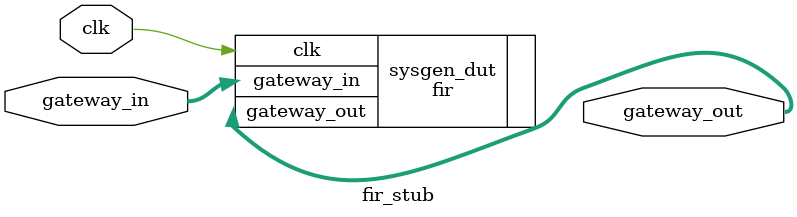
<source format=v>
`timescale 1 ns / 10 ps
module fir_stub (
  input [16-1:0] gateway_in,
  input clk,
  output [36-1:0] gateway_out
);
  fir sysgen_dut (
    .gateway_in(gateway_in),
    .clk(clk),
    .gateway_out(gateway_out)
  );
endmodule

</source>
